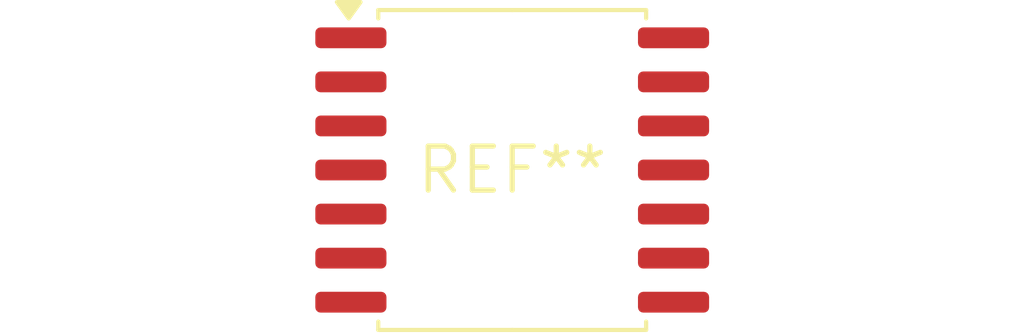
<source format=kicad_pcb>
(kicad_pcb (version 20240108) (generator pcbnew)
  (layers (0 "F.Cu" signal) (31 "B.Cu" signal) (34 "B.Paste" user) (35 "F.Paste" user) (36 "B.SilkS" user "B.Silkscreen") (37 "F.SilkS" user "F.Silkscreen") (38 "B.Mask" user) (39 "F.Mask" user) (44 "Edge.Cuts" user))
  (net 0 "")
  (footprint "SOIC-14W_7.5x9mm_P1.27mm" (layer "F.Cu") (at 0 0)
    (property "Reference" "REF**")
    (property "Value" "SOIC-14W_7.5x9mm_P1.27mm")
    (fp_line (start -3.86 -4.61) (end -3.86 -4.37) (layer "F.SilkS") (stroke (width 0.12)))
    (fp_line (start -3.86 4.61) (end -3.86 4.37) (layer "F.SilkS") (stroke (width 0.12)))
    (fp_line (start 0 -4.61) (end -3.86 -4.61) (layer "F.SilkS") (stroke (width 0.12)))
    (fp_line (start 0 -4.61) (end 3.86 -4.61) (layer "F.SilkS") (stroke (width 0.12)))
    (fp_line (start 0 4.61) (end -3.86 4.61) (layer "F.SilkS") (stroke (width 0.12)))
    (fp_line (start 0 4.61) (end 3.86 4.61) (layer "F.SilkS") (stroke (width 0.12)))
    (fp_line (start 3.86 -4.61) (end 3.86 -4.37) (layer "F.SilkS") (stroke (width 0.12)))
    (fp_line (start 3.86 4.61) (end 3.86 4.37) (layer "F.SilkS") (stroke (width 0.12)))
    (fp_poly (pts (xy -4.7125 -4.37) (xy -5.0525 -4.84) (xy -4.3725 -4.84) (xy -4.7125 -4.37)) (layer "F.SilkS") (stroke (width 0.12)) (fill solid))
    (pad "1" smd roundrect (at -4.65 -3.81) (size 2.05 0.6) (layers "F.Cu" "F.Paste" "F.Mask"))
    (pad "2" smd roundrect (at -4.65 -2.54) (size 2.05 0.6) (layers "F.Cu" "F.Paste" "F.Mask"))
    (pad "3" smd roundrect (at -4.65 -1.27) (size 2.05 0.6) (layers "F.Cu" "F.Paste" "F.Mask"))
    (pad "4" smd roundrect (at -4.65 0) (size 2.05 0.6) (layers "F.Cu" "F.Paste" "F.Mask"))
    (pad "5" smd roundrect (at -4.65 1.27) (size 2.05 0.6) (layers "F.Cu" "F.Paste" "F.Mask"))
    (pad "6" smd roundrect (at -4.65 2.54) (size 2.05 0.6) (layers "F.Cu" "F.Paste" "F.Mask"))
    (pad "7" smd roundrect (at -4.65 3.81) (size 2.05 0.6) (layers "F.Cu" "F.Paste" "F.Mask"))
    (pad "8" smd roundrect (at 4.65 3.81) (size 2.05 0.6) (layers "F.Cu" "F.Paste" "F.Mask"))
    (pad "9" smd roundrect (at 4.65 2.54) (size 2.05 0.6) (layers "F.Cu" "F.Paste" "F.Mask"))
    (pad "10" smd roundrect (at 4.65 1.27) (size 2.05 0.6) (layers "F.Cu" "F.Paste" "F.Mask"))
    (pad "11" smd roundrect (at 4.65 0) (size 2.05 0.6) (layers "F.Cu" "F.Paste" "F.Mask"))
    (pad "12" smd roundrect (at 4.65 -1.27) (size 2.05 0.6) (layers "F.Cu" "F.Paste" "F.Mask"))
    (pad "13" smd roundrect (at 4.65 -2.54) (size 2.05 0.6) (layers "F.Cu" "F.Paste" "F.Mask"))
    (pad "14" smd roundrect (at 4.65 -3.81) (size 2.05 0.6) (layers "F.Cu" "F.Paste" "F.Mask"))
  )
)
</source>
